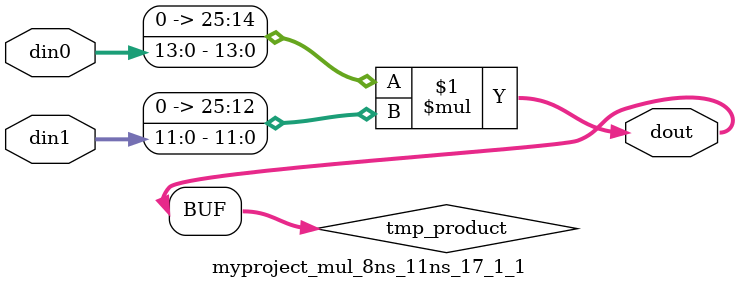
<source format=v>

`timescale 1 ns / 1 ps

 module myproject_mul_8ns_11ns_17_1_1(din0, din1, dout);
parameter ID = 1;
parameter NUM_STAGE = 0;
parameter din0_WIDTH = 14;
parameter din1_WIDTH = 12;
parameter dout_WIDTH = 26;

input [din0_WIDTH - 1 : 0] din0; 
input [din1_WIDTH - 1 : 0] din1; 
output [dout_WIDTH - 1 : 0] dout;

wire signed [dout_WIDTH - 1 : 0] tmp_product;
























assign tmp_product = $signed({1'b0, din0}) * $signed({1'b0, din1});











assign dout = tmp_product;





















endmodule

</source>
